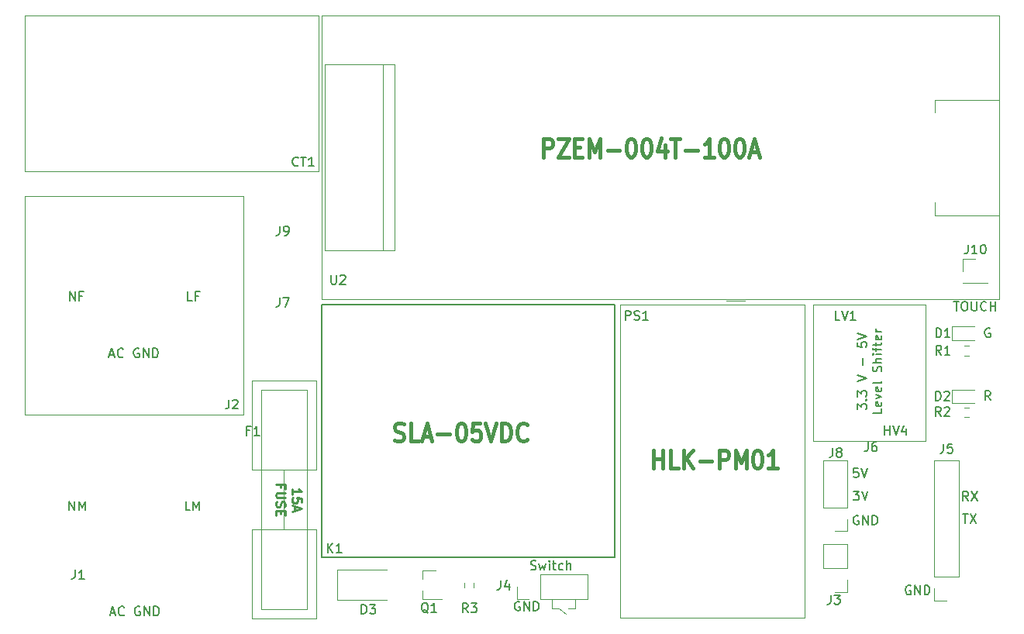
<source format=gto>
G04 #@! TF.GenerationSoftware,KiCad,Pcbnew,(5.1.12)-1*
G04 #@! TF.CreationDate,2022-05-31T10:14:08-04:00*
G04 #@! TF.ProjectId,OMC_WIFI_PCB,4f4d435f-5749-4464-995f-5043422e6b69,rev?*
G04 #@! TF.SameCoordinates,Original*
G04 #@! TF.FileFunction,Legend,Top*
G04 #@! TF.FilePolarity,Positive*
%FSLAX46Y46*%
G04 Gerber Fmt 4.6, Leading zero omitted, Abs format (unit mm)*
G04 Created by KiCad (PCBNEW (5.1.12)-1) date 2022-05-31 10:14:08*
%MOMM*%
%LPD*%
G01*
G04 APERTURE LIST*
%ADD10C,0.150000*%
%ADD11C,0.120000*%
%ADD12C,0.437500*%
%ADD13C,0.250000*%
%ADD14C,0.127000*%
%ADD15O,5.100000X7.100000*%
%ADD16O,1.800000X1.800000*%
%ADD17C,1.800000*%
%ADD18O,3.100000X3.100000*%
%ADD19C,3.216000*%
%ADD20C,1.750000*%
%ADD21C,2.400000*%
%ADD22C,3.100000*%
%ADD23C,2.450000*%
G04 APERTURE END LIST*
D10*
X667127380Y938257142D02*
X667127380Y938876190D01*
X667508333Y938542857D01*
X667508333Y938685714D01*
X667555952Y938780952D01*
X667603571Y938828571D01*
X667698809Y938876190D01*
X667936904Y938876190D01*
X668032142Y938828571D01*
X668079761Y938780952D01*
X668127380Y938685714D01*
X668127380Y938400000D01*
X668079761Y938304761D01*
X668032142Y938257142D01*
X668032142Y939304761D02*
X668079761Y939352380D01*
X668127380Y939304761D01*
X668079761Y939257142D01*
X668032142Y939304761D01*
X668127380Y939304761D01*
X667127380Y939685714D02*
X667127380Y940304761D01*
X667508333Y939971428D01*
X667508333Y940114285D01*
X667555952Y940209523D01*
X667603571Y940257142D01*
X667698809Y940304761D01*
X667936904Y940304761D01*
X668032142Y940257142D01*
X668079761Y940209523D01*
X668127380Y940114285D01*
X668127380Y939828571D01*
X668079761Y939733333D01*
X668032142Y939685714D01*
X667127380Y941352380D02*
X668127380Y941685714D01*
X667127380Y942019047D01*
X667746428Y943114285D02*
X667746428Y943876190D01*
X667127380Y945590476D02*
X667127380Y945114285D01*
X667603571Y945066666D01*
X667555952Y945114285D01*
X667508333Y945209523D01*
X667508333Y945447619D01*
X667555952Y945542857D01*
X667603571Y945590476D01*
X667698809Y945638095D01*
X667936904Y945638095D01*
X668032142Y945590476D01*
X668079761Y945542857D01*
X668127380Y945447619D01*
X668127380Y945209523D01*
X668079761Y945114285D01*
X668032142Y945066666D01*
X667127380Y945923809D02*
X668127380Y946257142D01*
X667127380Y946590476D01*
X669777380Y938352380D02*
X669777380Y937876190D01*
X668777380Y937876190D01*
X669729761Y939066666D02*
X669777380Y938971428D01*
X669777380Y938780952D01*
X669729761Y938685714D01*
X669634523Y938638095D01*
X669253571Y938638095D01*
X669158333Y938685714D01*
X669110714Y938780952D01*
X669110714Y938971428D01*
X669158333Y939066666D01*
X669253571Y939114285D01*
X669348809Y939114285D01*
X669444047Y938638095D01*
X669110714Y939447619D02*
X669777380Y939685714D01*
X669110714Y939923809D01*
X669729761Y940685714D02*
X669777380Y940590476D01*
X669777380Y940400000D01*
X669729761Y940304761D01*
X669634523Y940257142D01*
X669253571Y940257142D01*
X669158333Y940304761D01*
X669110714Y940400000D01*
X669110714Y940590476D01*
X669158333Y940685714D01*
X669253571Y940733333D01*
X669348809Y940733333D01*
X669444047Y940257142D01*
X669777380Y941304761D02*
X669729761Y941209523D01*
X669634523Y941161904D01*
X668777380Y941161904D01*
X669729761Y942400000D02*
X669777380Y942542857D01*
X669777380Y942780952D01*
X669729761Y942876190D01*
X669682142Y942923809D01*
X669586904Y942971428D01*
X669491666Y942971428D01*
X669396428Y942923809D01*
X669348809Y942876190D01*
X669301190Y942780952D01*
X669253571Y942590476D01*
X669205952Y942495238D01*
X669158333Y942447619D01*
X669063095Y942400000D01*
X668967857Y942400000D01*
X668872619Y942447619D01*
X668825000Y942495238D01*
X668777380Y942590476D01*
X668777380Y942828571D01*
X668825000Y942971428D01*
X669777380Y943400000D02*
X668777380Y943400000D01*
X669777380Y943828571D02*
X669253571Y943828571D01*
X669158333Y943780952D01*
X669110714Y943685714D01*
X669110714Y943542857D01*
X669158333Y943447619D01*
X669205952Y943400000D01*
X669777380Y944304761D02*
X669110714Y944304761D01*
X668777380Y944304761D02*
X668825000Y944257142D01*
X668872619Y944304761D01*
X668825000Y944352380D01*
X668777380Y944304761D01*
X668872619Y944304761D01*
X669110714Y944638095D02*
X669110714Y945019047D01*
X669777380Y944780952D02*
X668920238Y944780952D01*
X668825000Y944828571D01*
X668777380Y944923809D01*
X668777380Y945019047D01*
X669110714Y945209523D02*
X669110714Y945590476D01*
X668777380Y945352380D02*
X669634523Y945352380D01*
X669729761Y945400000D01*
X669777380Y945495238D01*
X669777380Y945590476D01*
X669729761Y946304761D02*
X669777380Y946209523D01*
X669777380Y946019047D01*
X669729761Y945923809D01*
X669634523Y945876190D01*
X669253571Y945876190D01*
X669158333Y945923809D01*
X669110714Y946019047D01*
X669110714Y946209523D01*
X669158333Y946304761D01*
X669253571Y946352380D01*
X669348809Y946352380D01*
X669444047Y945876190D01*
X669777380Y946780952D02*
X669110714Y946780952D01*
X669301190Y946780952D02*
X669205952Y946828571D01*
X669158333Y946876190D01*
X669110714Y946971428D01*
X669110714Y947066666D01*
X681659523Y939297619D02*
X681326190Y939773809D01*
X681088095Y939297619D02*
X681088095Y940297619D01*
X681469047Y940297619D01*
X681564285Y940250000D01*
X681611904Y940202380D01*
X681659523Y940107142D01*
X681659523Y939964285D01*
X681611904Y939869047D01*
X681564285Y939821428D01*
X681469047Y939773809D01*
X681088095Y939773809D01*
X681611904Y947100000D02*
X681516666Y947147619D01*
X681373809Y947147619D01*
X681230952Y947100000D01*
X681135714Y947004761D01*
X681088095Y946909523D01*
X681040476Y946719047D01*
X681040476Y946576190D01*
X681088095Y946385714D01*
X681135714Y946290476D01*
X681230952Y946195238D01*
X681373809Y946147619D01*
X681469047Y946147619D01*
X681611904Y946195238D01*
X681659523Y946242857D01*
X681659523Y946576190D01*
X681469047Y946576190D01*
X677642857Y950047619D02*
X678214285Y950047619D01*
X677928571Y949047619D02*
X677928571Y950047619D01*
X678738095Y950047619D02*
X678928571Y950047619D01*
X679023809Y950000000D01*
X679119047Y949904761D01*
X679166666Y949714285D01*
X679166666Y949380952D01*
X679119047Y949190476D01*
X679023809Y949095238D01*
X678928571Y949047619D01*
X678738095Y949047619D01*
X678642857Y949095238D01*
X678547619Y949190476D01*
X678500000Y949380952D01*
X678500000Y949714285D01*
X678547619Y949904761D01*
X678642857Y950000000D01*
X678738095Y950047619D01*
X679595238Y950047619D02*
X679595238Y949238095D01*
X679642857Y949142857D01*
X679690476Y949095238D01*
X679785714Y949047619D01*
X679976190Y949047619D01*
X680071428Y949095238D01*
X680119047Y949142857D01*
X680166666Y949238095D01*
X680166666Y950047619D01*
X681214285Y949142857D02*
X681166666Y949095238D01*
X681023809Y949047619D01*
X680928571Y949047619D01*
X680785714Y949095238D01*
X680690476Y949190476D01*
X680642857Y949285714D01*
X680595238Y949476190D01*
X680595238Y949619047D01*
X680642857Y949809523D01*
X680690476Y949904761D01*
X680785714Y950000000D01*
X680928571Y950047619D01*
X681023809Y950047619D01*
X681166666Y950000000D01*
X681214285Y949952380D01*
X681642857Y949047619D02*
X681642857Y950047619D01*
X681642857Y949571428D02*
X682214285Y949571428D01*
X682214285Y949047619D02*
X682214285Y950047619D01*
X585457142Y944233333D02*
X585933333Y944233333D01*
X585361904Y943947619D02*
X585695238Y944947619D01*
X586028571Y943947619D01*
X586933333Y944042857D02*
X586885714Y943995238D01*
X586742857Y943947619D01*
X586647619Y943947619D01*
X586504761Y943995238D01*
X586409523Y944090476D01*
X586361904Y944185714D01*
X586314285Y944376190D01*
X586314285Y944519047D01*
X586361904Y944709523D01*
X586409523Y944804761D01*
X586504761Y944900000D01*
X586647619Y944947619D01*
X586742857Y944947619D01*
X586885714Y944900000D01*
X586933333Y944852380D01*
X588647619Y944900000D02*
X588552380Y944947619D01*
X588409523Y944947619D01*
X588266666Y944900000D01*
X588171428Y944804761D01*
X588123809Y944709523D01*
X588076190Y944519047D01*
X588076190Y944376190D01*
X588123809Y944185714D01*
X588171428Y944090476D01*
X588266666Y943995238D01*
X588409523Y943947619D01*
X588504761Y943947619D01*
X588647619Y943995238D01*
X588695238Y944042857D01*
X588695238Y944376190D01*
X588504761Y944376190D01*
X589123809Y943947619D02*
X589123809Y944947619D01*
X589695238Y943947619D01*
X589695238Y944947619D01*
X590171428Y943947619D02*
X590171428Y944947619D01*
X590409523Y944947619D01*
X590552380Y944900000D01*
X590647619Y944804761D01*
X590695238Y944709523D01*
X590742857Y944519047D01*
X590742857Y944376190D01*
X590695238Y944185714D01*
X590647619Y944090476D01*
X590552380Y943995238D01*
X590409523Y943947619D01*
X590171428Y943947619D01*
X585557142Y916033333D02*
X586033333Y916033333D01*
X585461904Y915747619D02*
X585795238Y916747619D01*
X586128571Y915747619D01*
X587033333Y915842857D02*
X586985714Y915795238D01*
X586842857Y915747619D01*
X586747619Y915747619D01*
X586604761Y915795238D01*
X586509523Y915890476D01*
X586461904Y915985714D01*
X586414285Y916176190D01*
X586414285Y916319047D01*
X586461904Y916509523D01*
X586509523Y916604761D01*
X586604761Y916700000D01*
X586747619Y916747619D01*
X586842857Y916747619D01*
X586985714Y916700000D01*
X587033333Y916652380D01*
X588747619Y916700000D02*
X588652380Y916747619D01*
X588509523Y916747619D01*
X588366666Y916700000D01*
X588271428Y916604761D01*
X588223809Y916509523D01*
X588176190Y916319047D01*
X588176190Y916176190D01*
X588223809Y915985714D01*
X588271428Y915890476D01*
X588366666Y915795238D01*
X588509523Y915747619D01*
X588604761Y915747619D01*
X588747619Y915795238D01*
X588795238Y915842857D01*
X588795238Y916176190D01*
X588604761Y916176190D01*
X589223809Y915747619D02*
X589223809Y916747619D01*
X589795238Y915747619D01*
X589795238Y916747619D01*
X590271428Y915747619D02*
X590271428Y916747619D01*
X590509523Y916747619D01*
X590652380Y916700000D01*
X590747619Y916604761D01*
X590795238Y916509523D01*
X590842857Y916319047D01*
X590842857Y916176190D01*
X590795238Y915985714D01*
X590747619Y915890476D01*
X590652380Y915795238D01*
X590509523Y915747619D01*
X590271428Y915747619D01*
D11*
X608300000Y981300000D02*
X608300000Y964300000D01*
X576200000Y981300000D02*
X576200000Y964300000D01*
X576200000Y964300000D02*
X608300000Y964300000D01*
X576200000Y981300000D02*
X608300000Y981300000D01*
X634600000Y916550000D02*
G75*
G03*
X634600000Y916550000I-50000J0D01*
G01*
X635600000Y916550000D02*
G75*
G03*
X635600000Y916550000I-50000J0D01*
G01*
X635350000Y915900000D02*
G75*
G03*
X635350000Y915900000I-50000J0D01*
G01*
X636300000Y916550000D02*
X636300000Y917550000D01*
X633800000Y916550000D02*
X633800000Y917550000D01*
X635550000Y916550000D02*
X636300000Y916550000D01*
X635300000Y915900000D02*
X634550000Y916550000D01*
X633800000Y916550000D02*
X634550000Y916550000D01*
D10*
X630238095Y917250000D02*
X630142857Y917297619D01*
X630000000Y917297619D01*
X629857142Y917250000D01*
X629761904Y917154761D01*
X629714285Y917059523D01*
X629666666Y916869047D01*
X629666666Y916726190D01*
X629714285Y916535714D01*
X629761904Y916440476D01*
X629857142Y916345238D01*
X630000000Y916297619D01*
X630095238Y916297619D01*
X630238095Y916345238D01*
X630285714Y916392857D01*
X630285714Y916726190D01*
X630095238Y916726190D01*
X630714285Y916297619D02*
X630714285Y917297619D01*
X631285714Y916297619D01*
X631285714Y917297619D01*
X631761904Y916297619D02*
X631761904Y917297619D01*
X632000000Y917297619D01*
X632142857Y917250000D01*
X632238095Y917154761D01*
X632285714Y917059523D01*
X632333333Y916869047D01*
X632333333Y916726190D01*
X632285714Y916535714D01*
X632238095Y916440476D01*
X632142857Y916345238D01*
X632000000Y916297619D01*
X631761904Y916297619D01*
X606052380Y964942857D02*
X606004761Y964895238D01*
X605861904Y964847619D01*
X605766666Y964847619D01*
X605623809Y964895238D01*
X605528571Y964990476D01*
X605480952Y965085714D01*
X605433333Y965276190D01*
X605433333Y965419047D01*
X605480952Y965609523D01*
X605528571Y965704761D01*
X605623809Y965800000D01*
X605766666Y965847619D01*
X605861904Y965847619D01*
X606004761Y965800000D01*
X606052380Y965752380D01*
X606338095Y965847619D02*
X606909523Y965847619D01*
X606623809Y964847619D02*
X606623809Y965847619D01*
X607766666Y964847619D02*
X607195238Y964847619D01*
X607480952Y964847619D02*
X607480952Y965847619D01*
X607385714Y965704761D01*
X607290476Y965609523D01*
X607195238Y965561904D01*
X667238095Y926650000D02*
X667142857Y926697619D01*
X667000000Y926697619D01*
X666857142Y926650000D01*
X666761904Y926554761D01*
X666714285Y926459523D01*
X666666666Y926269047D01*
X666666666Y926126190D01*
X666714285Y925935714D01*
X666761904Y925840476D01*
X666857142Y925745238D01*
X667000000Y925697619D01*
X667095238Y925697619D01*
X667238095Y925745238D01*
X667285714Y925792857D01*
X667285714Y926126190D01*
X667095238Y926126190D01*
X667714285Y925697619D02*
X667714285Y926697619D01*
X668285714Y925697619D01*
X668285714Y926697619D01*
X668761904Y925697619D02*
X668761904Y926697619D01*
X669000000Y926697619D01*
X669142857Y926650000D01*
X669238095Y926554761D01*
X669285714Y926459523D01*
X669333333Y926269047D01*
X669333333Y926126190D01*
X669285714Y925935714D01*
X669238095Y925840476D01*
X669142857Y925745238D01*
X669000000Y925697619D01*
X668761904Y925697619D01*
X670109523Y935497619D02*
X670109523Y936497619D01*
X670109523Y936021428D02*
X670680952Y936021428D01*
X670680952Y935497619D02*
X670680952Y936497619D01*
X671014285Y936497619D02*
X671347619Y935497619D01*
X671680952Y936497619D01*
X672442857Y936164285D02*
X672442857Y935497619D01*
X672204761Y936545238D02*
X671966666Y935830952D01*
X672585714Y935830952D01*
X665204761Y948047619D02*
X664728571Y948047619D01*
X664728571Y949047619D01*
X665395238Y949047619D02*
X665728571Y948047619D01*
X666061904Y949047619D01*
X666919047Y948047619D02*
X666347619Y948047619D01*
X666633333Y948047619D02*
X666633333Y949047619D01*
X666538095Y948904761D01*
X666442857Y948809523D01*
X666347619Y948761904D01*
X594480952Y950147619D02*
X594004761Y950147619D01*
X594004761Y951147619D01*
X595147619Y950671428D02*
X594814285Y950671428D01*
X594814285Y950147619D02*
X594814285Y951147619D01*
X595290476Y951147619D01*
X581085714Y950147619D02*
X581085714Y951147619D01*
X581657142Y950147619D01*
X581657142Y951147619D01*
X582466666Y950671428D02*
X582133333Y950671428D01*
X582133333Y950147619D02*
X582133333Y951147619D01*
X582609523Y951147619D01*
X581042857Y927247619D02*
X581042857Y928247619D01*
X581614285Y927247619D01*
X581614285Y928247619D01*
X582090476Y927247619D02*
X582090476Y928247619D01*
X582423809Y927533333D01*
X582757142Y928247619D01*
X582757142Y927247619D01*
X594238095Y927247619D02*
X593761904Y927247619D01*
X593761904Y928247619D01*
X594571428Y927247619D02*
X594571428Y928247619D01*
X594904761Y927533333D01*
X595238095Y928247619D01*
X595238095Y927247619D01*
X672938095Y919000000D02*
X672842857Y919047619D01*
X672700000Y919047619D01*
X672557142Y919000000D01*
X672461904Y918904761D01*
X672414285Y918809523D01*
X672366666Y918619047D01*
X672366666Y918476190D01*
X672414285Y918285714D01*
X672461904Y918190476D01*
X672557142Y918095238D01*
X672700000Y918047619D01*
X672795238Y918047619D01*
X672938095Y918095238D01*
X672985714Y918142857D01*
X672985714Y918476190D01*
X672795238Y918476190D01*
X673414285Y918047619D02*
X673414285Y919047619D01*
X673985714Y918047619D01*
X673985714Y919047619D01*
X674461904Y918047619D02*
X674461904Y919047619D01*
X674700000Y919047619D01*
X674842857Y919000000D01*
X674938095Y918904761D01*
X674985714Y918809523D01*
X675033333Y918619047D01*
X675033333Y918476190D01*
X674985714Y918285714D01*
X674938095Y918190476D01*
X674842857Y918095238D01*
X674700000Y918047619D01*
X674461904Y918047619D01*
X667209523Y931847619D02*
X666733333Y931847619D01*
X666685714Y931371428D01*
X666733333Y931419047D01*
X666828571Y931466666D01*
X667066666Y931466666D01*
X667161904Y931419047D01*
X667209523Y931371428D01*
X667257142Y931276190D01*
X667257142Y931038095D01*
X667209523Y930942857D01*
X667161904Y930895238D01*
X667066666Y930847619D01*
X666828571Y930847619D01*
X666733333Y930895238D01*
X666685714Y930942857D01*
X667542857Y931847619D02*
X667876190Y930847619D01*
X668209523Y931847619D01*
X666688095Y929347619D02*
X667307142Y929347619D01*
X666973809Y928966666D01*
X667116666Y928966666D01*
X667211904Y928919047D01*
X667259523Y928871428D01*
X667307142Y928776190D01*
X667307142Y928538095D01*
X667259523Y928442857D01*
X667211904Y928395238D01*
X667116666Y928347619D01*
X666830952Y928347619D01*
X666735714Y928395238D01*
X666688095Y928442857D01*
X667592857Y929347619D02*
X667926190Y928347619D01*
X668259523Y929347619D01*
D12*
X616591666Y934890476D02*
X616841666Y934795238D01*
X617258333Y934795238D01*
X617425000Y934890476D01*
X617508333Y934985714D01*
X617591666Y935176190D01*
X617591666Y935366666D01*
X617508333Y935557142D01*
X617425000Y935652380D01*
X617258333Y935747619D01*
X616925000Y935842857D01*
X616758333Y935938095D01*
X616675000Y936033333D01*
X616591666Y936223809D01*
X616591666Y936414285D01*
X616675000Y936604761D01*
X616758333Y936700000D01*
X616925000Y936795238D01*
X617341666Y936795238D01*
X617591666Y936700000D01*
X619175000Y934795238D02*
X618341666Y934795238D01*
X618341666Y936795238D01*
X619675000Y935366666D02*
X620508333Y935366666D01*
X619508333Y934795238D02*
X620091666Y936795238D01*
X620675000Y934795238D01*
X621258333Y935557142D02*
X622591666Y935557142D01*
X623758333Y936795238D02*
X623925000Y936795238D01*
X624091666Y936700000D01*
X624175000Y936604761D01*
X624258333Y936414285D01*
X624341666Y936033333D01*
X624341666Y935557142D01*
X624258333Y935176190D01*
X624175000Y934985714D01*
X624091666Y934890476D01*
X623925000Y934795238D01*
X623758333Y934795238D01*
X623591666Y934890476D01*
X623508333Y934985714D01*
X623425000Y935176190D01*
X623341666Y935557142D01*
X623341666Y936033333D01*
X623425000Y936414285D01*
X623508333Y936604761D01*
X623591666Y936700000D01*
X623758333Y936795238D01*
X625925000Y936795238D02*
X625091666Y936795238D01*
X625008333Y935842857D01*
X625091666Y935938095D01*
X625258333Y936033333D01*
X625675000Y936033333D01*
X625841666Y935938095D01*
X625925000Y935842857D01*
X626008333Y935652380D01*
X626008333Y935176190D01*
X625925000Y934985714D01*
X625841666Y934890476D01*
X625675000Y934795238D01*
X625258333Y934795238D01*
X625091666Y934890476D01*
X625008333Y934985714D01*
X626508333Y936795238D02*
X627091666Y934795238D01*
X627675000Y936795238D01*
X628258333Y934795238D02*
X628258333Y936795238D01*
X628675000Y936795238D01*
X628925000Y936700000D01*
X629091666Y936509523D01*
X629175000Y936319047D01*
X629258333Y935938095D01*
X629258333Y935652380D01*
X629175000Y935271428D01*
X629091666Y935080952D01*
X628925000Y934890476D01*
X628675000Y934795238D01*
X628258333Y934795238D01*
X631008333Y934985714D02*
X630925000Y934890476D01*
X630675000Y934795238D01*
X630508333Y934795238D01*
X630258333Y934890476D01*
X630091666Y935080952D01*
X630008333Y935271428D01*
X629925000Y935652380D01*
X629925000Y935938095D01*
X630008333Y936319047D01*
X630091666Y936509523D01*
X630258333Y936700000D01*
X630508333Y936795238D01*
X630675000Y936795238D01*
X630925000Y936700000D01*
X631008333Y936604761D01*
X632833333Y965845238D02*
X632833333Y967845238D01*
X633500000Y967845238D01*
X633666666Y967750000D01*
X633750000Y967654761D01*
X633833333Y967464285D01*
X633833333Y967178571D01*
X633750000Y966988095D01*
X633666666Y966892857D01*
X633500000Y966797619D01*
X632833333Y966797619D01*
X634416666Y967845238D02*
X635583333Y967845238D01*
X634416666Y965845238D01*
X635583333Y965845238D01*
X636250000Y966892857D02*
X636833333Y966892857D01*
X637083333Y965845238D02*
X636250000Y965845238D01*
X636250000Y967845238D01*
X637083333Y967845238D01*
X637833333Y965845238D02*
X637833333Y967845238D01*
X638416666Y966416666D01*
X639000000Y967845238D01*
X639000000Y965845238D01*
X639833333Y966607142D02*
X641166666Y966607142D01*
X642333333Y967845238D02*
X642500000Y967845238D01*
X642666666Y967750000D01*
X642750000Y967654761D01*
X642833333Y967464285D01*
X642916666Y967083333D01*
X642916666Y966607142D01*
X642833333Y966226190D01*
X642750000Y966035714D01*
X642666666Y965940476D01*
X642500000Y965845238D01*
X642333333Y965845238D01*
X642166666Y965940476D01*
X642083333Y966035714D01*
X642000000Y966226190D01*
X641916666Y966607142D01*
X641916666Y967083333D01*
X642000000Y967464285D01*
X642083333Y967654761D01*
X642166666Y967750000D01*
X642333333Y967845238D01*
X644000000Y967845238D02*
X644166666Y967845238D01*
X644333333Y967750000D01*
X644416666Y967654761D01*
X644500000Y967464285D01*
X644583333Y967083333D01*
X644583333Y966607142D01*
X644500000Y966226190D01*
X644416666Y966035714D01*
X644333333Y965940476D01*
X644166666Y965845238D01*
X644000000Y965845238D01*
X643833333Y965940476D01*
X643750000Y966035714D01*
X643666666Y966226190D01*
X643583333Y966607142D01*
X643583333Y967083333D01*
X643666666Y967464285D01*
X643750000Y967654761D01*
X643833333Y967750000D01*
X644000000Y967845238D01*
X646083333Y967178571D02*
X646083333Y965845238D01*
X645666666Y967940476D02*
X645250000Y966511904D01*
X646333333Y966511904D01*
X646750000Y967845238D02*
X647750000Y967845238D01*
X647250000Y965845238D02*
X647250000Y967845238D01*
X648333333Y966607142D02*
X649666666Y966607142D01*
X651416666Y965845238D02*
X650416666Y965845238D01*
X650916666Y965845238D02*
X650916666Y967845238D01*
X650750000Y967559523D01*
X650583333Y967369047D01*
X650416666Y967273809D01*
X652500000Y967845238D02*
X652666666Y967845238D01*
X652833333Y967750000D01*
X652916666Y967654761D01*
X653000000Y967464285D01*
X653083333Y967083333D01*
X653083333Y966607142D01*
X653000000Y966226190D01*
X652916666Y966035714D01*
X652833333Y965940476D01*
X652666666Y965845238D01*
X652500000Y965845238D01*
X652333333Y965940476D01*
X652250000Y966035714D01*
X652166666Y966226190D01*
X652083333Y966607142D01*
X652083333Y967083333D01*
X652166666Y967464285D01*
X652250000Y967654761D01*
X652333333Y967750000D01*
X652500000Y967845238D01*
X654166666Y967845238D02*
X654333333Y967845238D01*
X654500000Y967750000D01*
X654583333Y967654761D01*
X654666666Y967464285D01*
X654750000Y967083333D01*
X654750000Y966607142D01*
X654666666Y966226190D01*
X654583333Y966035714D01*
X654500000Y965940476D01*
X654333333Y965845238D01*
X654166666Y965845238D01*
X654000000Y965940476D01*
X653916666Y966035714D01*
X653833333Y966226190D01*
X653750000Y966607142D01*
X653750000Y967083333D01*
X653833333Y967464285D01*
X653916666Y967654761D01*
X654000000Y967750000D01*
X654166666Y967845238D01*
X655416666Y966416666D02*
X656250000Y966416666D01*
X655250000Y965845238D02*
X655833333Y967845238D01*
X656416666Y965845238D01*
D13*
X605372619Y929019047D02*
X605372619Y929590476D01*
X605372619Y929304761D02*
X606372619Y929304761D01*
X606229761Y929400000D01*
X606134523Y929495238D01*
X606086904Y929590476D01*
X606372619Y928114285D02*
X606372619Y928590476D01*
X605896428Y928638095D01*
X605944047Y928590476D01*
X605991666Y928495238D01*
X605991666Y928257142D01*
X605944047Y928161904D01*
X605896428Y928114285D01*
X605801190Y928066666D01*
X605563095Y928066666D01*
X605467857Y928114285D01*
X605420238Y928161904D01*
X605372619Y928257142D01*
X605372619Y928495238D01*
X605420238Y928590476D01*
X605467857Y928638095D01*
X605658333Y927685714D02*
X605658333Y927209523D01*
X605372619Y927780952D02*
X606372619Y927447619D01*
X605372619Y927114285D01*
X604146428Y929709523D02*
X604146428Y930042857D01*
X603622619Y930042857D02*
X604622619Y930042857D01*
X604622619Y929566666D01*
X604622619Y929185714D02*
X603813095Y929185714D01*
X603717857Y929138095D01*
X603670238Y929090476D01*
X603622619Y928995238D01*
X603622619Y928804761D01*
X603670238Y928709523D01*
X603717857Y928661904D01*
X603813095Y928614285D01*
X604622619Y928614285D01*
X603670238Y928185714D02*
X603622619Y928042857D01*
X603622619Y927804761D01*
X603670238Y927709523D01*
X603717857Y927661904D01*
X603813095Y927614285D01*
X603908333Y927614285D01*
X604003571Y927661904D01*
X604051190Y927709523D01*
X604098809Y927804761D01*
X604146428Y927995238D01*
X604194047Y928090476D01*
X604241666Y928138095D01*
X604336904Y928185714D01*
X604432142Y928185714D01*
X604527380Y928138095D01*
X604575000Y928090476D01*
X604622619Y927995238D01*
X604622619Y927757142D01*
X604575000Y927614285D01*
X604146428Y927185714D02*
X604146428Y926852380D01*
X603622619Y926709523D02*
X603622619Y927185714D01*
X604622619Y927185714D01*
X604622619Y926709523D01*
D10*
X631435714Y920795238D02*
X631578571Y920747619D01*
X631816666Y920747619D01*
X631911904Y920795238D01*
X631959523Y920842857D01*
X632007142Y920938095D01*
X632007142Y921033333D01*
X631959523Y921128571D01*
X631911904Y921176190D01*
X631816666Y921223809D01*
X631626190Y921271428D01*
X631530952Y921319047D01*
X631483333Y921366666D01*
X631435714Y921461904D01*
X631435714Y921557142D01*
X631483333Y921652380D01*
X631530952Y921700000D01*
X631626190Y921747619D01*
X631864285Y921747619D01*
X632007142Y921700000D01*
X632340476Y921414285D02*
X632530952Y920747619D01*
X632721428Y921223809D01*
X632911904Y920747619D01*
X633102380Y921414285D01*
X633483333Y920747619D02*
X633483333Y921414285D01*
X633483333Y921747619D02*
X633435714Y921700000D01*
X633483333Y921652380D01*
X633530952Y921700000D01*
X633483333Y921747619D01*
X633483333Y921652380D01*
X633816666Y921414285D02*
X634197619Y921414285D01*
X633959523Y921747619D02*
X633959523Y920890476D01*
X634007142Y920795238D01*
X634102380Y920747619D01*
X634197619Y920747619D01*
X634959523Y920795238D02*
X634864285Y920747619D01*
X634673809Y920747619D01*
X634578571Y920795238D01*
X634530952Y920842857D01*
X634483333Y920938095D01*
X634483333Y921223809D01*
X634530952Y921319047D01*
X634578571Y921366666D01*
X634673809Y921414285D01*
X634864285Y921414285D01*
X634959523Y921366666D01*
X635388095Y920747619D02*
X635388095Y921747619D01*
X635816666Y920747619D02*
X635816666Y921271428D01*
X635769047Y921366666D01*
X635673809Y921414285D01*
X635530952Y921414285D01*
X635435714Y921366666D01*
X635388095Y921319047D01*
X679233333Y928297619D02*
X678900000Y928773809D01*
X678661904Y928297619D02*
X678661904Y929297619D01*
X679042857Y929297619D01*
X679138095Y929250000D01*
X679185714Y929202380D01*
X679233333Y929107142D01*
X679233333Y928964285D01*
X679185714Y928869047D01*
X679138095Y928821428D01*
X679042857Y928773809D01*
X678661904Y928773809D01*
X679566666Y929297619D02*
X680233333Y928297619D01*
X680233333Y929297619D02*
X679566666Y928297619D01*
X678638095Y926847619D02*
X679209523Y926847619D01*
X678923809Y925847619D02*
X678923809Y926847619D01*
X679447619Y926847619D02*
X680114285Y925847619D01*
X680114285Y926847619D02*
X679447619Y925847619D01*
D12*
X644891666Y931845238D02*
X644891666Y933845238D01*
X644891666Y932892857D02*
X645891666Y932892857D01*
X645891666Y931845238D02*
X645891666Y933845238D01*
X647558333Y931845238D02*
X646725000Y931845238D01*
X646725000Y933845238D01*
X648141666Y931845238D02*
X648141666Y933845238D01*
X649141666Y931845238D02*
X648391666Y932988095D01*
X649141666Y933845238D02*
X648141666Y932702380D01*
X649891666Y932607142D02*
X651225000Y932607142D01*
X652058333Y931845238D02*
X652058333Y933845238D01*
X652725000Y933845238D01*
X652891666Y933750000D01*
X652975000Y933654761D01*
X653058333Y933464285D01*
X653058333Y933178571D01*
X652975000Y932988095D01*
X652891666Y932892857D01*
X652725000Y932797619D01*
X652058333Y932797619D01*
X653808333Y931845238D02*
X653808333Y933845238D01*
X654391666Y932416666D01*
X654975000Y933845238D01*
X654975000Y931845238D01*
X656141666Y933845238D02*
X656308333Y933845238D01*
X656475000Y933750000D01*
X656558333Y933654761D01*
X656641666Y933464285D01*
X656725000Y933083333D01*
X656725000Y932607142D01*
X656641666Y932226190D01*
X656558333Y932035714D01*
X656475000Y931940476D01*
X656308333Y931845238D01*
X656141666Y931845238D01*
X655975000Y931940476D01*
X655891666Y932035714D01*
X655808333Y932226190D01*
X655725000Y932607142D01*
X655725000Y933083333D01*
X655808333Y933464285D01*
X655891666Y933654761D01*
X655975000Y933750000D01*
X656141666Y933845238D01*
X658391666Y931845238D02*
X657391666Y931845238D01*
X657891666Y931845238D02*
X657891666Y933845238D01*
X657725000Y933559523D01*
X657558333Y933369047D01*
X657391666Y933273809D01*
D11*
X619590000Y920680000D02*
X619590000Y919750000D01*
X619590000Y917520000D02*
X619590000Y918450000D01*
X619590000Y917520000D02*
X621750000Y917520000D01*
X619590000Y920680000D02*
X621050000Y920680000D01*
X576200000Y937700000D02*
X576200000Y961600000D01*
X600100000Y937700000D02*
X576200000Y937700000D01*
X600100000Y961600000D02*
X600100000Y937700000D01*
X576200000Y961600000D02*
X600100000Y961600000D01*
X662250000Y949750000D02*
X674550000Y949750000D01*
X674550000Y949750000D02*
X674550000Y934850000D01*
X674550000Y934850000D02*
X662250000Y934850000D01*
X662250000Y934850000D02*
X662250000Y949750000D01*
X678670000Y954730000D02*
X680000000Y954730000D01*
X678670000Y953400000D02*
X678670000Y954730000D01*
X678670000Y952130000D02*
X681330000Y952130000D01*
X681330000Y952130000D02*
X681330000Y952070000D01*
X678670000Y952130000D02*
X678670000Y952070000D01*
X678670000Y952070000D02*
X681330000Y952070000D01*
X637660000Y917570000D02*
X637660000Y920230000D01*
X632520000Y917570000D02*
X637660000Y917570000D01*
X632520000Y920230000D02*
X637660000Y920230000D01*
X632520000Y917570000D02*
X632520000Y920230000D01*
X631250000Y917570000D02*
X629920000Y917570000D01*
X629920000Y917570000D02*
X629920000Y918900000D01*
X608990000Y955630000D02*
X615340000Y955630000D01*
X608990000Y975950000D02*
X608990000Y955630000D01*
X615340000Y975950000D02*
X608990000Y975950000D01*
X615340000Y975950000D02*
X616610000Y975950000D01*
X615340000Y955630000D02*
X615340000Y975950000D01*
X616610000Y955630000D02*
X615340000Y955630000D01*
X616610000Y975950000D02*
X616610000Y955630000D01*
X608580000Y950310000D02*
X608580000Y981310000D01*
X608580000Y981310000D02*
X682580000Y981310000D01*
X682580000Y981310000D02*
X682580000Y950310000D01*
X682580000Y950310000D02*
X608580000Y950310000D01*
X675580000Y972110000D02*
X682580000Y972110000D01*
X682580000Y959500000D02*
X675580000Y959500000D01*
X675580000Y959500000D02*
X675580000Y960920000D01*
X675580000Y972110000D02*
X675580000Y970710000D01*
D14*
X608600000Y922150000D02*
X608600000Y949750000D01*
X608600000Y949750000D02*
X640600000Y949750000D01*
X640600000Y949750000D02*
X640600000Y922150000D01*
X640600000Y922150000D02*
X608600000Y922150000D01*
D11*
X666030000Y918330000D02*
X664700000Y918330000D01*
X666030000Y919660000D02*
X666030000Y918330000D01*
X666030000Y920930000D02*
X663370000Y920930000D01*
X663370000Y920930000D02*
X663370000Y923530000D01*
X666030000Y920930000D02*
X666030000Y923530000D01*
X666030000Y923530000D02*
X663370000Y923530000D01*
X654800000Y950140000D02*
X652790000Y950140000D01*
X661400000Y915550000D02*
X661400000Y949750000D01*
X641200000Y915550000D02*
X661400000Y915550000D01*
X641200000Y949750000D02*
X641200000Y915550000D01*
X661400000Y949750000D02*
X641200000Y949750000D01*
X624177500Y919342224D02*
X624177500Y918832776D01*
X625222500Y919342224D02*
X625222500Y918832776D01*
X678807776Y937427500D02*
X679317224Y937427500D01*
X678807776Y938472500D02*
X679317224Y938472500D01*
X678832776Y944177500D02*
X679342224Y944177500D01*
X678832776Y945222500D02*
X679342224Y945222500D01*
X666030000Y924970000D02*
X664700000Y924970000D01*
X666030000Y926300000D02*
X666030000Y924970000D01*
X666030000Y927570000D02*
X663370000Y927570000D01*
X663370000Y927570000D02*
X663370000Y932710000D01*
X666030000Y927570000D02*
X666030000Y932710000D01*
X666030000Y932710000D02*
X663370000Y932710000D01*
X601000000Y925200000D02*
X608000000Y925200000D01*
X608000000Y925200000D02*
X608000000Y915450000D01*
X601000000Y915450000D02*
X608000000Y915450000D01*
X601000000Y925200000D02*
X601000000Y915450000D01*
X602000000Y916450000D02*
X607000000Y916450000D01*
X608000000Y941450000D02*
X608000000Y940450000D01*
X601000000Y941450000D02*
X608000000Y941450000D01*
X601000000Y941450000D02*
X601000000Y940450000D01*
X602000000Y940450000D02*
X607000000Y940450000D01*
X602000000Y940450000D02*
X602000000Y929700000D01*
X607000000Y940450000D02*
X607000000Y929950000D01*
X602000000Y929700000D02*
X602000000Y917950000D01*
X607000000Y929950000D02*
X607000000Y917700000D01*
X602000000Y917950000D02*
X602000000Y916450000D01*
X607000000Y917700000D02*
X607000000Y916450000D01*
X601000000Y940450000D02*
X601000000Y931700000D01*
X608000000Y940450000D02*
X608000000Y931700000D01*
X601000000Y931700000D02*
X608000000Y931700000D01*
X604500000Y931700000D02*
X604500000Y925200000D01*
X610300000Y920750000D02*
X615700000Y920750000D01*
X610300000Y917450000D02*
X615700000Y917450000D01*
X610300000Y920750000D02*
X610300000Y917450000D01*
X677415000Y938965000D02*
X679875000Y938965000D01*
X677415000Y940435000D02*
X677415000Y938965000D01*
X679875000Y940435000D02*
X677415000Y940435000D01*
X677415000Y945865000D02*
X679875000Y945865000D01*
X677415000Y947335000D02*
X677415000Y945865000D01*
X679875000Y947335000D02*
X677415000Y947335000D01*
X678180000Y919970000D02*
X675520000Y919970000D01*
X678180000Y919970000D02*
X678180000Y932730000D01*
X678180000Y932730000D02*
X675520000Y932730000D01*
X675520000Y919970000D02*
X675520000Y932730000D01*
X675520000Y917370000D02*
X675520000Y918700000D01*
X676850000Y917370000D02*
X675520000Y917370000D01*
D10*
X620254761Y916052380D02*
X620159523Y916100000D01*
X620064285Y916195238D01*
X619921428Y916338095D01*
X619826190Y916385714D01*
X619730952Y916385714D01*
X619778571Y916147619D02*
X619683333Y916195238D01*
X619588095Y916290476D01*
X619540476Y916480952D01*
X619540476Y916814285D01*
X619588095Y917004761D01*
X619683333Y917100000D01*
X619778571Y917147619D01*
X619969047Y917147619D01*
X620064285Y917100000D01*
X620159523Y917004761D01*
X620207142Y916814285D01*
X620207142Y916480952D01*
X620159523Y916290476D01*
X620064285Y916195238D01*
X619969047Y916147619D01*
X619778571Y916147619D01*
X621159523Y916147619D02*
X620588095Y916147619D01*
X620873809Y916147619D02*
X620873809Y917147619D01*
X620778571Y917004761D01*
X620683333Y916909523D01*
X620588095Y916861904D01*
X604016666Y958297619D02*
X604016666Y957583333D01*
X603969047Y957440476D01*
X603873809Y957345238D01*
X603730952Y957297619D01*
X603635714Y957297619D01*
X604540476Y957297619D02*
X604730952Y957297619D01*
X604826190Y957345238D01*
X604873809Y957392857D01*
X604969047Y957535714D01*
X605016666Y957726190D01*
X605016666Y958107142D01*
X604969047Y958202380D01*
X604921428Y958250000D01*
X604826190Y958297619D01*
X604635714Y958297619D01*
X604540476Y958250000D01*
X604492857Y958202380D01*
X604445238Y958107142D01*
X604445238Y957869047D01*
X604492857Y957773809D01*
X604540476Y957726190D01*
X604635714Y957678571D01*
X604826190Y957678571D01*
X604921428Y957726190D01*
X604969047Y957773809D01*
X605016666Y957869047D01*
X604016666Y950497619D02*
X604016666Y949783333D01*
X603969047Y949640476D01*
X603873809Y949545238D01*
X603730952Y949497619D01*
X603635714Y949497619D01*
X604397619Y950497619D02*
X605064285Y950497619D01*
X604635714Y949497619D01*
X598466666Y939347619D02*
X598466666Y938633333D01*
X598419047Y938490476D01*
X598323809Y938395238D01*
X598180952Y938347619D01*
X598085714Y938347619D01*
X598895238Y939252380D02*
X598942857Y939300000D01*
X599038095Y939347619D01*
X599276190Y939347619D01*
X599371428Y939300000D01*
X599419047Y939252380D01*
X599466666Y939157142D01*
X599466666Y939061904D01*
X599419047Y938919047D01*
X598847619Y938347619D01*
X599466666Y938347619D01*
X581666666Y920747619D02*
X581666666Y920033333D01*
X581619047Y919890476D01*
X581523809Y919795238D01*
X581380952Y919747619D01*
X581285714Y919747619D01*
X582666666Y919747619D02*
X582095238Y919747619D01*
X582380952Y919747619D02*
X582380952Y920747619D01*
X582285714Y920604761D01*
X582190476Y920509523D01*
X582095238Y920461904D01*
X668266666Y934697619D02*
X668266666Y933983333D01*
X668219047Y933840476D01*
X668123809Y933745238D01*
X667980952Y933697619D01*
X667885714Y933697619D01*
X669171428Y934697619D02*
X668980952Y934697619D01*
X668885714Y934650000D01*
X668838095Y934602380D01*
X668742857Y934459523D01*
X668695238Y934269047D01*
X668695238Y933888095D01*
X668742857Y933792857D01*
X668790476Y933745238D01*
X668885714Y933697619D01*
X669076190Y933697619D01*
X669171428Y933745238D01*
X669219047Y933792857D01*
X669266666Y933888095D01*
X669266666Y934126190D01*
X669219047Y934221428D01*
X669171428Y934269047D01*
X669076190Y934316666D01*
X668885714Y934316666D01*
X668790476Y934269047D01*
X668742857Y934221428D01*
X668695238Y934126190D01*
X679190476Y956277619D02*
X679190476Y955563333D01*
X679142857Y955420476D01*
X679047619Y955325238D01*
X678904761Y955277619D01*
X678809523Y955277619D01*
X680190476Y955277619D02*
X679619047Y955277619D01*
X679904761Y955277619D02*
X679904761Y956277619D01*
X679809523Y956134761D01*
X679714285Y956039523D01*
X679619047Y955991904D01*
X680809523Y956277619D02*
X680904761Y956277619D01*
X681000000Y956230000D01*
X681047619Y956182380D01*
X681095238Y956087142D01*
X681142857Y955896666D01*
X681142857Y955658571D01*
X681095238Y955468095D01*
X681047619Y955372857D01*
X681000000Y955325238D01*
X680904761Y955277619D01*
X680809523Y955277619D01*
X680714285Y955325238D01*
X680666666Y955372857D01*
X680619047Y955468095D01*
X680571428Y955658571D01*
X680571428Y955896666D01*
X680619047Y956087142D01*
X680666666Y956182380D01*
X680714285Y956230000D01*
X680809523Y956277619D01*
X628166666Y919597619D02*
X628166666Y918883333D01*
X628119047Y918740476D01*
X628023809Y918645238D01*
X627880952Y918597619D01*
X627785714Y918597619D01*
X629071428Y919264285D02*
X629071428Y918597619D01*
X628833333Y919645238D02*
X628595238Y918930952D01*
X629214285Y918930952D01*
X609638095Y952947619D02*
X609638095Y952138095D01*
X609685714Y952042857D01*
X609733333Y951995238D01*
X609828571Y951947619D01*
X610019047Y951947619D01*
X610114285Y951995238D01*
X610161904Y952042857D01*
X610209523Y952138095D01*
X610209523Y952947619D01*
X610638095Y952852380D02*
X610685714Y952900000D01*
X610780952Y952947619D01*
X611019047Y952947619D01*
X611114285Y952900000D01*
X611161904Y952852380D01*
X611209523Y952757142D01*
X611209523Y952661904D01*
X611161904Y952519047D01*
X610590476Y951947619D01*
X611209523Y951947619D01*
X609261904Y922647619D02*
X609261904Y923647619D01*
X609833333Y922647619D02*
X609404761Y923219047D01*
X609833333Y923647619D02*
X609261904Y923076190D01*
X610785714Y922647619D02*
X610214285Y922647619D01*
X610500000Y922647619D02*
X610500000Y923647619D01*
X610404761Y923504761D01*
X610309523Y923409523D01*
X610214285Y923361904D01*
X664216666Y917997619D02*
X664216666Y917283333D01*
X664169047Y917140476D01*
X664073809Y917045238D01*
X663930952Y916997619D01*
X663835714Y916997619D01*
X664597619Y917997619D02*
X665216666Y917997619D01*
X664883333Y917616666D01*
X665026190Y917616666D01*
X665121428Y917569047D01*
X665169047Y917521428D01*
X665216666Y917426190D01*
X665216666Y917188095D01*
X665169047Y917092857D01*
X665121428Y917045238D01*
X665026190Y916997619D01*
X664740476Y916997619D01*
X664645238Y917045238D01*
X664597619Y917092857D01*
X641785714Y948047619D02*
X641785714Y949047619D01*
X642166666Y949047619D01*
X642261904Y949000000D01*
X642309523Y948952380D01*
X642357142Y948857142D01*
X642357142Y948714285D01*
X642309523Y948619047D01*
X642261904Y948571428D01*
X642166666Y948523809D01*
X641785714Y948523809D01*
X642738095Y948095238D02*
X642880952Y948047619D01*
X643119047Y948047619D01*
X643214285Y948095238D01*
X643261904Y948142857D01*
X643309523Y948238095D01*
X643309523Y948333333D01*
X643261904Y948428571D01*
X643214285Y948476190D01*
X643119047Y948523809D01*
X642928571Y948571428D01*
X642833333Y948619047D01*
X642785714Y948666666D01*
X642738095Y948761904D01*
X642738095Y948857142D01*
X642785714Y948952380D01*
X642833333Y949000000D01*
X642928571Y949047619D01*
X643166666Y949047619D01*
X643309523Y949000000D01*
X644261904Y948047619D02*
X643690476Y948047619D01*
X643976190Y948047619D02*
X643976190Y949047619D01*
X643880952Y948904761D01*
X643785714Y948809523D01*
X643690476Y948761904D01*
X624583333Y916097619D02*
X624250000Y916573809D01*
X624011904Y916097619D02*
X624011904Y917097619D01*
X624392857Y917097619D01*
X624488095Y917050000D01*
X624535714Y917002380D01*
X624583333Y916907142D01*
X624583333Y916764285D01*
X624535714Y916669047D01*
X624488095Y916621428D01*
X624392857Y916573809D01*
X624011904Y916573809D01*
X624916666Y917097619D02*
X625535714Y917097619D01*
X625202380Y916716666D01*
X625345238Y916716666D01*
X625440476Y916669047D01*
X625488095Y916621428D01*
X625535714Y916526190D01*
X625535714Y916288095D01*
X625488095Y916192857D01*
X625440476Y916145238D01*
X625345238Y916097619D01*
X625059523Y916097619D01*
X624964285Y916145238D01*
X624916666Y916192857D01*
X676233333Y937547619D02*
X675900000Y938023809D01*
X675661904Y937547619D02*
X675661904Y938547619D01*
X676042857Y938547619D01*
X676138095Y938500000D01*
X676185714Y938452380D01*
X676233333Y938357142D01*
X676233333Y938214285D01*
X676185714Y938119047D01*
X676138095Y938071428D01*
X676042857Y938023809D01*
X675661904Y938023809D01*
X676614285Y938452380D02*
X676661904Y938500000D01*
X676757142Y938547619D01*
X676995238Y938547619D01*
X677090476Y938500000D01*
X677138095Y938452380D01*
X677185714Y938357142D01*
X677185714Y938261904D01*
X677138095Y938119047D01*
X676566666Y937547619D01*
X677185714Y937547619D01*
X676283333Y944247619D02*
X675950000Y944723809D01*
X675711904Y944247619D02*
X675711904Y945247619D01*
X676092857Y945247619D01*
X676188095Y945200000D01*
X676235714Y945152380D01*
X676283333Y945057142D01*
X676283333Y944914285D01*
X676235714Y944819047D01*
X676188095Y944771428D01*
X676092857Y944723809D01*
X675711904Y944723809D01*
X677235714Y944247619D02*
X676664285Y944247619D01*
X676950000Y944247619D02*
X676950000Y945247619D01*
X676854761Y945104761D01*
X676759523Y945009523D01*
X676664285Y944961904D01*
X664416666Y934047619D02*
X664416666Y933333333D01*
X664369047Y933190476D01*
X664273809Y933095238D01*
X664130952Y933047619D01*
X664035714Y933047619D01*
X665035714Y933619047D02*
X664940476Y933666666D01*
X664892857Y933714285D01*
X664845238Y933809523D01*
X664845238Y933857142D01*
X664892857Y933952380D01*
X664940476Y934000000D01*
X665035714Y934047619D01*
X665226190Y934047619D01*
X665321428Y934000000D01*
X665369047Y933952380D01*
X665416666Y933857142D01*
X665416666Y933809523D01*
X665369047Y933714285D01*
X665321428Y933666666D01*
X665226190Y933619047D01*
X665035714Y933619047D01*
X664940476Y933571428D01*
X664892857Y933523809D01*
X664845238Y933428571D01*
X664845238Y933238095D01*
X664892857Y933142857D01*
X664940476Y933095238D01*
X665035714Y933047619D01*
X665226190Y933047619D01*
X665321428Y933095238D01*
X665369047Y933142857D01*
X665416666Y933238095D01*
X665416666Y933428571D01*
X665369047Y933523809D01*
X665321428Y933571428D01*
X665226190Y933619047D01*
X600766666Y935971428D02*
X600433333Y935971428D01*
X600433333Y935447619D02*
X600433333Y936447619D01*
X600909523Y936447619D01*
X601814285Y935447619D02*
X601242857Y935447619D01*
X601528571Y935447619D02*
X601528571Y936447619D01*
X601433333Y936304761D01*
X601338095Y936209523D01*
X601242857Y936161904D01*
X612961904Y915947619D02*
X612961904Y916947619D01*
X613200000Y916947619D01*
X613342857Y916900000D01*
X613438095Y916804761D01*
X613485714Y916709523D01*
X613533333Y916519047D01*
X613533333Y916376190D01*
X613485714Y916185714D01*
X613438095Y916090476D01*
X613342857Y915995238D01*
X613200000Y915947619D01*
X612961904Y915947619D01*
X613866666Y916947619D02*
X614485714Y916947619D01*
X614152380Y916566666D01*
X614295238Y916566666D01*
X614390476Y916519047D01*
X614438095Y916471428D01*
X614485714Y916376190D01*
X614485714Y916138095D01*
X614438095Y916042857D01*
X614390476Y915995238D01*
X614295238Y915947619D01*
X614009523Y915947619D01*
X613914285Y915995238D01*
X613866666Y916042857D01*
X675661904Y939247619D02*
X675661904Y940247619D01*
X675900000Y940247619D01*
X676042857Y940200000D01*
X676138095Y940104761D01*
X676185714Y940009523D01*
X676233333Y939819047D01*
X676233333Y939676190D01*
X676185714Y939485714D01*
X676138095Y939390476D01*
X676042857Y939295238D01*
X675900000Y939247619D01*
X675661904Y939247619D01*
X676614285Y940152380D02*
X676661904Y940200000D01*
X676757142Y940247619D01*
X676995238Y940247619D01*
X677090476Y940200000D01*
X677138095Y940152380D01*
X677185714Y940057142D01*
X677185714Y939961904D01*
X677138095Y939819047D01*
X676566666Y939247619D01*
X677185714Y939247619D01*
X675711904Y946147619D02*
X675711904Y947147619D01*
X675950000Y947147619D01*
X676092857Y947100000D01*
X676188095Y947004761D01*
X676235714Y946909523D01*
X676283333Y946719047D01*
X676283333Y946576190D01*
X676235714Y946385714D01*
X676188095Y946290476D01*
X676092857Y946195238D01*
X675950000Y946147619D01*
X675711904Y946147619D01*
X677235714Y946147619D02*
X676664285Y946147619D01*
X676950000Y946147619D02*
X676950000Y947147619D01*
X676854761Y947004761D01*
X676759523Y946909523D01*
X676664285Y946861904D01*
X676516666Y934497619D02*
X676516666Y933783333D01*
X676469047Y933640476D01*
X676373809Y933545238D01*
X676230952Y933497619D01*
X676135714Y933497619D01*
X677469047Y934497619D02*
X676992857Y934497619D01*
X676945238Y934021428D01*
X676992857Y934069047D01*
X677088095Y934116666D01*
X677326190Y934116666D01*
X677421428Y934069047D01*
X677469047Y934021428D01*
X677516666Y933926190D01*
X677516666Y933688095D01*
X677469047Y933592857D01*
X677421428Y933545238D01*
X677326190Y933497619D01*
X677088095Y933497619D01*
X676992857Y933545238D01*
X676945238Y933592857D01*
%LPC*%
G36*
G01*
X619850000Y919500000D02*
X619850000Y918700000D01*
G75*
G02*
X619800000Y918650000I-50000J0D01*
G01*
X618900000Y918650000D01*
G75*
G02*
X618850000Y918700000I0J50000D01*
G01*
X618850000Y919500000D01*
G75*
G02*
X618900000Y919550000I50000J0D01*
G01*
X619800000Y919550000D01*
G75*
G02*
X619850000Y919500000I0J-50000D01*
G01*
G37*
G36*
G01*
X621850000Y920450000D02*
X621850000Y919650000D01*
G75*
G02*
X621800000Y919600000I-50000J0D01*
G01*
X620900000Y919600000D01*
G75*
G02*
X620850000Y919650000I0J50000D01*
G01*
X620850000Y920450000D01*
G75*
G02*
X620900000Y920500000I50000J0D01*
G01*
X621800000Y920500000D01*
G75*
G02*
X621850000Y920450000I0J-50000D01*
G01*
G37*
G36*
G01*
X621850000Y918550000D02*
X621850000Y917750000D01*
G75*
G02*
X621800000Y917700000I-50000J0D01*
G01*
X620900000Y917700000D01*
G75*
G02*
X620850000Y917750000I0J50000D01*
G01*
X620850000Y918550000D01*
G75*
G02*
X620900000Y918600000I50000J0D01*
G01*
X621800000Y918600000D01*
G75*
G02*
X621850000Y918550000I0J-50000D01*
G01*
G37*
G36*
G01*
X602750000Y953658063D02*
X602750000Y956341937D01*
G75*
G02*
X603008063Y956600000I258063J0D01*
G01*
X605691937Y956600000D01*
G75*
G02*
X605950000Y956341937I0J-258063D01*
G01*
X605950000Y953658063D01*
G75*
G02*
X605691937Y953400000I-258063J0D01*
G01*
X603008063Y953400000D01*
G75*
G02*
X602750000Y953658063I0J258063D01*
G01*
G37*
G36*
G01*
X602750000Y945858063D02*
X602750000Y948541937D01*
G75*
G02*
X603008063Y948800000I258063J0D01*
G01*
X605691937Y948800000D01*
G75*
G02*
X605950000Y948541937I0J-258063D01*
G01*
X605950000Y945858063D01*
G75*
G02*
X605691937Y945600000I-258063J0D01*
G01*
X603008063Y945600000D01*
G75*
G02*
X602750000Y945858063I0J258063D01*
G01*
G37*
G36*
G01*
X577500000Y952375000D02*
X577500000Y954425000D01*
G75*
G02*
X578525000Y955450000I1025000J0D01*
G01*
X585075000Y955450000D01*
G75*
G02*
X586100000Y954425000I0J-1025000D01*
G01*
X586100000Y952375000D01*
G75*
G02*
X585075000Y951350000I-1025000J0D01*
G01*
X578525000Y951350000D01*
G75*
G02*
X577500000Y952375000I0J1025000D01*
G01*
G37*
G36*
G01*
X590300000Y952375000D02*
X590300000Y954425000D01*
G75*
G02*
X591325000Y955450000I1025000J0D01*
G01*
X597875000Y955450000D01*
G75*
G02*
X598900000Y954425000I0J-1025000D01*
G01*
X598900000Y952375000D01*
G75*
G02*
X597875000Y951350000I-1025000J0D01*
G01*
X591325000Y951350000D01*
G75*
G02*
X590300000Y952375000I0J1025000D01*
G01*
G37*
G36*
G01*
X583900000Y946175000D02*
X583900000Y948225000D01*
G75*
G02*
X584925000Y949250000I1025000J0D01*
G01*
X591475000Y949250000D01*
G75*
G02*
X592500000Y948225000I0J-1025000D01*
G01*
X592500000Y946175000D01*
G75*
G02*
X591475000Y945150000I-1025000J0D01*
G01*
X584925000Y945150000D01*
G75*
G02*
X583900000Y946175000I0J1025000D01*
G01*
G37*
D15*
X594500000Y932600000D03*
X581900000Y932500000D03*
X588200000Y920600000D03*
D16*
X663350000Y948650000D03*
X663350000Y946110000D03*
X663350000Y943570000D03*
X663350000Y941030000D03*
X663350000Y938490000D03*
G36*
G01*
X664250000Y936800000D02*
X664250000Y935100000D01*
G75*
G02*
X664200000Y935050000I-50000J0D01*
G01*
X662500000Y935050000D01*
G75*
G02*
X662450000Y935100000I0J50000D01*
G01*
X662450000Y936800000D01*
G75*
G02*
X662500000Y936850000I50000J0D01*
G01*
X664200000Y936850000D01*
G75*
G02*
X664250000Y936800000I0J-50000D01*
G01*
G37*
X673450000Y946110000D03*
X673450000Y943570000D03*
X673450000Y941030000D03*
X673450000Y948650000D03*
X673450000Y938490000D03*
G36*
G01*
X674350000Y936800000D02*
X674350000Y935100000D01*
G75*
G02*
X674300000Y935050000I-50000J0D01*
G01*
X672600000Y935050000D01*
G75*
G02*
X672550000Y935100000I0J50000D01*
G01*
X672550000Y936800000D01*
G75*
G02*
X672600000Y936850000I50000J0D01*
G01*
X674300000Y936850000D01*
G75*
G02*
X674350000Y936800000I0J-50000D01*
G01*
G37*
G36*
G01*
X679100000Y952550000D02*
X679100000Y954250000D01*
G75*
G02*
X679150000Y954300000I50000J0D01*
G01*
X680850000Y954300000D01*
G75*
G02*
X680900000Y954250000I0J-50000D01*
G01*
X680900000Y952550000D01*
G75*
G02*
X680850000Y952500000I-50000J0D01*
G01*
X679150000Y952500000D01*
G75*
G02*
X679100000Y952550000I0J50000D01*
G01*
G37*
X636330000Y918900000D03*
X633790000Y918900000D03*
G36*
G01*
X632100000Y918000000D02*
X630400000Y918000000D01*
G75*
G02*
X630350000Y918050000I0J50000D01*
G01*
X630350000Y919750000D01*
G75*
G02*
X630400000Y919800000I50000J0D01*
G01*
X632100000Y919800000D01*
G75*
G02*
X632150000Y919750000I0J-50000D01*
G01*
X632150000Y918050000D01*
G75*
G02*
X632100000Y918000000I-50000J0D01*
G01*
G37*
D17*
X675550000Y962050000D03*
X675550000Y964550000D03*
X675550000Y967050000D03*
X675550000Y969550000D03*
D18*
X612800000Y973400000D03*
X612800000Y968320000D03*
X612800000Y963280000D03*
G36*
G01*
X611250000Y956660000D02*
X611250000Y959660000D01*
G75*
G02*
X611300000Y959710000I50000J0D01*
G01*
X614300000Y959710000D01*
G75*
G02*
X614350000Y959660000I0J-50000D01*
G01*
X614350000Y956660000D01*
G75*
G02*
X614300000Y956610000I-50000J0D01*
G01*
X611300000Y956610000D01*
G75*
G02*
X611250000Y956660000I0J50000D01*
G01*
G37*
D19*
X611300000Y944350000D03*
X621400000Y926550000D03*
X618900000Y944350000D03*
D20*
X634100000Y940550000D03*
X634100000Y930350000D03*
D19*
X636600000Y935450000D03*
D16*
X664700000Y922200000D03*
G36*
G01*
X665600000Y920510000D02*
X665600000Y918810000D01*
G75*
G02*
X665550000Y918760000I-50000J0D01*
G01*
X663850000Y918760000D01*
G75*
G02*
X663800000Y918810000I0J50000D01*
G01*
X663800000Y920510000D01*
G75*
G02*
X663850000Y920560000I50000J0D01*
G01*
X665550000Y920560000D01*
G75*
G02*
X665600000Y920510000I0J-50000D01*
G01*
G37*
D21*
X659000000Y917950000D03*
G36*
G01*
X652300000Y948900000D02*
X655300000Y948900000D01*
G75*
G02*
X655350000Y948850000I0J-50000D01*
G01*
X655350000Y945850000D01*
G75*
G02*
X655300000Y945800000I-50000J0D01*
G01*
X652300000Y945800000D01*
G75*
G02*
X652250000Y945850000I0J50000D01*
G01*
X652250000Y948850000D01*
G75*
G02*
X652300000Y948900000I50000J0D01*
G01*
G37*
D22*
X648800000Y947350000D03*
D21*
X643600000Y917950000D03*
G36*
G01*
X624437500Y918712500D02*
X624962500Y918712500D01*
G75*
G02*
X625225000Y918450000I0J-262500D01*
G01*
X625225000Y917900000D01*
G75*
G02*
X624962500Y917637500I-262500J0D01*
G01*
X624437500Y917637500D01*
G75*
G02*
X624175000Y917900000I0J262500D01*
G01*
X624175000Y918450000D01*
G75*
G02*
X624437500Y918712500I262500J0D01*
G01*
G37*
G36*
G01*
X624437500Y920537500D02*
X624962500Y920537500D01*
G75*
G02*
X625225000Y920275000I0J-262500D01*
G01*
X625225000Y919725000D01*
G75*
G02*
X624962500Y919462500I-262500J0D01*
G01*
X624437500Y919462500D01*
G75*
G02*
X624175000Y919725000I0J262500D01*
G01*
X624175000Y920275000D01*
G75*
G02*
X624437500Y920537500I262500J0D01*
G01*
G37*
G36*
G01*
X679437500Y937687500D02*
X679437500Y938212500D01*
G75*
G02*
X679700000Y938475000I262500J0D01*
G01*
X680250000Y938475000D01*
G75*
G02*
X680512500Y938212500I0J-262500D01*
G01*
X680512500Y937687500D01*
G75*
G02*
X680250000Y937425000I-262500J0D01*
G01*
X679700000Y937425000D01*
G75*
G02*
X679437500Y937687500I0J262500D01*
G01*
G37*
G36*
G01*
X677612500Y937687500D02*
X677612500Y938212500D01*
G75*
G02*
X677875000Y938475000I262500J0D01*
G01*
X678425000Y938475000D01*
G75*
G02*
X678687500Y938212500I0J-262500D01*
G01*
X678687500Y937687500D01*
G75*
G02*
X678425000Y937425000I-262500J0D01*
G01*
X677875000Y937425000D01*
G75*
G02*
X677612500Y937687500I0J262500D01*
G01*
G37*
G36*
G01*
X679462500Y944437500D02*
X679462500Y944962500D01*
G75*
G02*
X679725000Y945225000I262500J0D01*
G01*
X680275000Y945225000D01*
G75*
G02*
X680537500Y944962500I0J-262500D01*
G01*
X680537500Y944437500D01*
G75*
G02*
X680275000Y944175000I-262500J0D01*
G01*
X679725000Y944175000D01*
G75*
G02*
X679462500Y944437500I0J262500D01*
G01*
G37*
G36*
G01*
X677637500Y944437500D02*
X677637500Y944962500D01*
G75*
G02*
X677900000Y945225000I262500J0D01*
G01*
X678450000Y945225000D01*
G75*
G02*
X678712500Y944962500I0J-262500D01*
G01*
X678712500Y944437500D01*
G75*
G02*
X678450000Y944175000I-262500J0D01*
G01*
X677900000Y944175000D01*
G75*
G02*
X677637500Y944437500I0J262500D01*
G01*
G37*
D16*
X664700000Y931380000D03*
X664700000Y928840000D03*
G36*
G01*
X665600000Y927150000D02*
X665600000Y925450000D01*
G75*
G02*
X665550000Y925400000I-50000J0D01*
G01*
X663850000Y925400000D01*
G75*
G02*
X663800000Y925450000I0J50000D01*
G01*
X663800000Y927150000D01*
G75*
G02*
X663850000Y927200000I50000J0D01*
G01*
X665550000Y927200000D01*
G75*
G02*
X665600000Y927150000I0J-50000D01*
G01*
G37*
D23*
X604500000Y918450000D03*
X604500000Y923450000D03*
X604500000Y938450000D03*
X604500000Y933450000D03*
G36*
G01*
X614400000Y918200000D02*
X614400000Y920000000D01*
G75*
G02*
X614450000Y920050000I50000J0D01*
G01*
X616950000Y920050000D01*
G75*
G02*
X617000000Y920000000I0J-50000D01*
G01*
X617000000Y918200000D01*
G75*
G02*
X616950000Y918150000I-50000J0D01*
G01*
X614450000Y918150000D01*
G75*
G02*
X614400000Y918200000I0J50000D01*
G01*
G37*
G36*
G01*
X610400000Y918200000D02*
X610400000Y920000000D01*
G75*
G02*
X610450000Y920050000I50000J0D01*
G01*
X612950000Y920050000D01*
G75*
G02*
X613000000Y920000000I0J-50000D01*
G01*
X613000000Y918200000D01*
G75*
G02*
X612950000Y918150000I-50000J0D01*
G01*
X610450000Y918150000D01*
G75*
G02*
X610400000Y918200000I0J50000D01*
G01*
G37*
G36*
G01*
X679375000Y939437500D02*
X679375000Y939962500D01*
G75*
G02*
X679637500Y940225000I262500J0D01*
G01*
X680262500Y940225000D01*
G75*
G02*
X680525000Y939962500I0J-262500D01*
G01*
X680525000Y939437500D01*
G75*
G02*
X680262500Y939175000I-262500J0D01*
G01*
X679637500Y939175000D01*
G75*
G02*
X679375000Y939437500I0J262500D01*
G01*
G37*
G36*
G01*
X677625000Y939437500D02*
X677625000Y939962500D01*
G75*
G02*
X677887500Y940225000I262500J0D01*
G01*
X678512500Y940225000D01*
G75*
G02*
X678775000Y939962500I0J-262500D01*
G01*
X678775000Y939437500D01*
G75*
G02*
X678512500Y939175000I-262500J0D01*
G01*
X677887500Y939175000D01*
G75*
G02*
X677625000Y939437500I0J262500D01*
G01*
G37*
G36*
G01*
X679375000Y946337500D02*
X679375000Y946862500D01*
G75*
G02*
X679637500Y947125000I262500J0D01*
G01*
X680262500Y947125000D01*
G75*
G02*
X680525000Y946862500I0J-262500D01*
G01*
X680525000Y946337500D01*
G75*
G02*
X680262500Y946075000I-262500J0D01*
G01*
X679637500Y946075000D01*
G75*
G02*
X679375000Y946337500I0J262500D01*
G01*
G37*
G36*
G01*
X677625000Y946337500D02*
X677625000Y946862500D01*
G75*
G02*
X677887500Y947125000I262500J0D01*
G01*
X678512500Y947125000D01*
G75*
G02*
X678775000Y946862500I0J-262500D01*
G01*
X678775000Y946337500D01*
G75*
G02*
X678512500Y946075000I-262500J0D01*
G01*
X677887500Y946075000D01*
G75*
G02*
X677625000Y946337500I0J262500D01*
G01*
G37*
D16*
X676850000Y931400000D03*
X676850000Y928860000D03*
X676850000Y926320000D03*
X676850000Y923780000D03*
X676850000Y921240000D03*
G36*
G01*
X677750000Y919550000D02*
X677750000Y917850000D01*
G75*
G02*
X677700000Y917800000I-50000J0D01*
G01*
X676000000Y917800000D01*
G75*
G02*
X675950000Y917850000I0J50000D01*
G01*
X675950000Y919550000D01*
G75*
G02*
X676000000Y919600000I50000J0D01*
G01*
X677700000Y919600000D01*
G75*
G02*
X677750000Y919550000I0J-50000D01*
G01*
G37*
M02*

</source>
